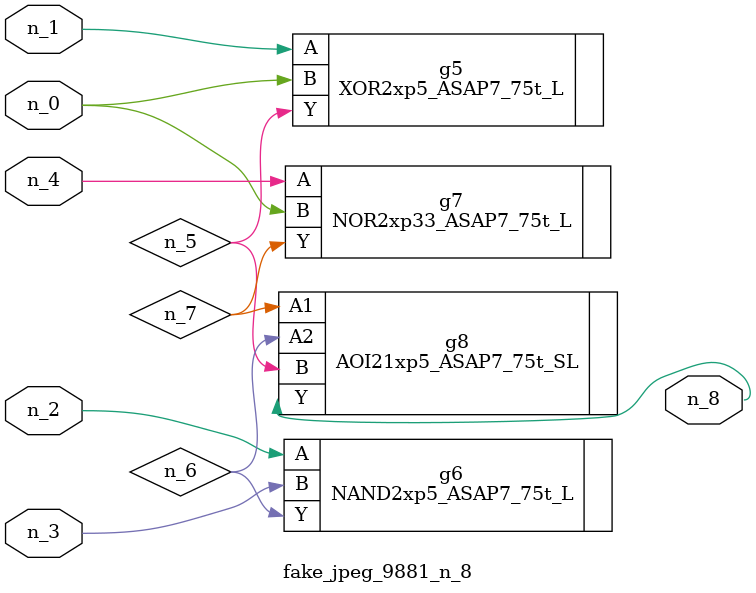
<source format=v>
module fake_jpeg_9881_n_8 (n_3, n_2, n_1, n_0, n_4, n_8);

input n_3;
input n_2;
input n_1;
input n_0;
input n_4;

output n_8;

wire n_6;
wire n_5;
wire n_7;

XOR2xp5_ASAP7_75t_L g5 ( 
.A(n_1),
.B(n_0),
.Y(n_5)
);

NAND2xp5_ASAP7_75t_L g6 ( 
.A(n_2),
.B(n_3),
.Y(n_6)
);

NOR2xp33_ASAP7_75t_L g7 ( 
.A(n_4),
.B(n_0),
.Y(n_7)
);

AOI21xp5_ASAP7_75t_SL g8 ( 
.A1(n_7),
.A2(n_6),
.B(n_5),
.Y(n_8)
);


endmodule
</source>
